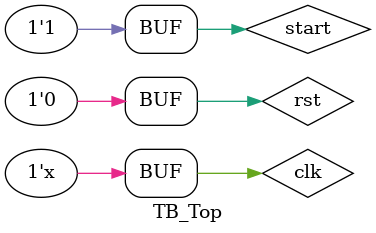
<source format=v>
`timescale 1ns / 1ps


module TB_Top();
reg clk;
reg rst;
reg start;

wire done;
wire tx_out;

Top DUT (
    .clk(clk),
    .reset(rst),
    .start(start),
    .done(done),
    .tx_out(tx_out)
);

initial begin
    clk = 0;
    rst = 0;
    start = 0;
    #10;
    rst = 1;
    #10;
    rst = 0;
    #10;
    start = 1;
end

always #5 clk = ~clk;

endmodule

</source>
